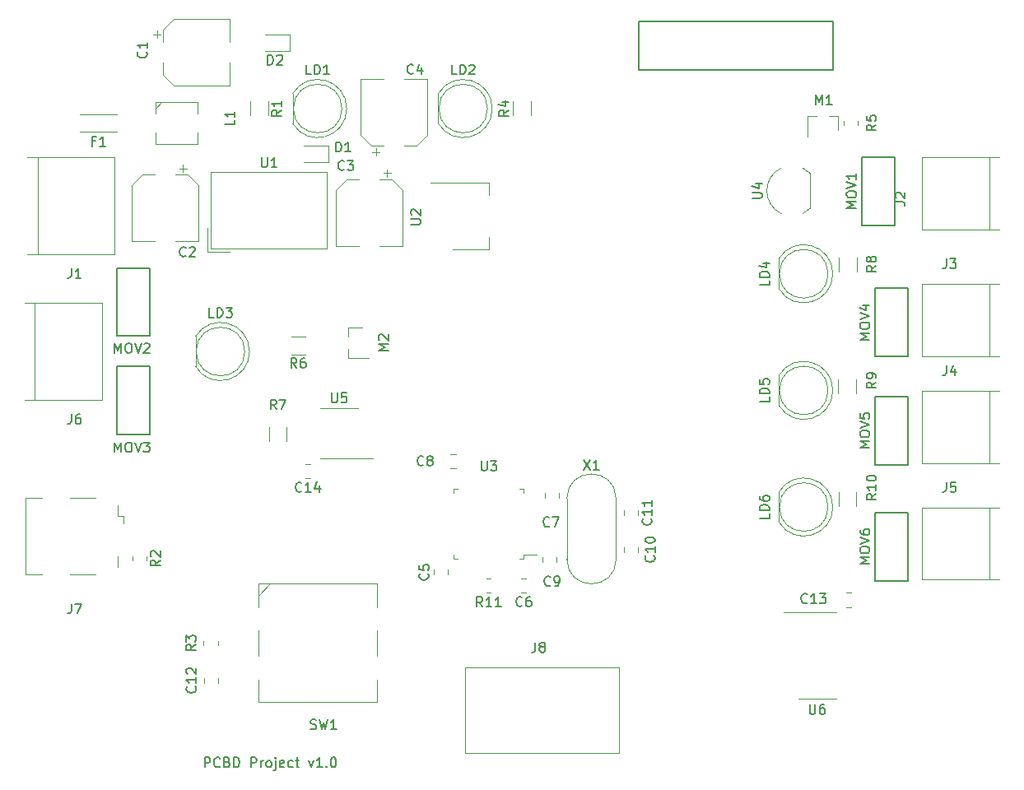
<source format=gbr>
%TF.GenerationSoftware,KiCad,Pcbnew,(5.1.9)-1*%
%TF.CreationDate,2022-11-23T19:56:57+01:00*%
%TF.ProjectId,PCDB_project,50434442-5f70-4726-9f6a-6563742e6b69,rev?*%
%TF.SameCoordinates,Original*%
%TF.FileFunction,Legend,Top*%
%TF.FilePolarity,Positive*%
%FSLAX46Y46*%
G04 Gerber Fmt 4.6, Leading zero omitted, Abs format (unit mm)*
G04 Created by KiCad (PCBNEW (5.1.9)-1) date 2022-11-23 19:56:57*
%MOMM*%
%LPD*%
G01*
G04 APERTURE LIST*
%ADD10C,0.150000*%
%ADD11C,0.200000*%
%ADD12C,0.120000*%
G04 APERTURE END LIST*
D10*
X18382504Y-77769980D02*
X18382504Y-76769980D01*
X18763457Y-76769980D01*
X18858695Y-76817600D01*
X18906314Y-76865219D01*
X18953933Y-76960457D01*
X18953933Y-77103314D01*
X18906314Y-77198552D01*
X18858695Y-77246171D01*
X18763457Y-77293790D01*
X18382504Y-77293790D01*
X19953933Y-77674742D02*
X19906314Y-77722361D01*
X19763457Y-77769980D01*
X19668219Y-77769980D01*
X19525361Y-77722361D01*
X19430123Y-77627123D01*
X19382504Y-77531885D01*
X19334885Y-77341409D01*
X19334885Y-77198552D01*
X19382504Y-77008076D01*
X19430123Y-76912838D01*
X19525361Y-76817600D01*
X19668219Y-76769980D01*
X19763457Y-76769980D01*
X19906314Y-76817600D01*
X19953933Y-76865219D01*
X20715838Y-77246171D02*
X20858695Y-77293790D01*
X20906314Y-77341409D01*
X20953933Y-77436647D01*
X20953933Y-77579504D01*
X20906314Y-77674742D01*
X20858695Y-77722361D01*
X20763457Y-77769980D01*
X20382504Y-77769980D01*
X20382504Y-76769980D01*
X20715838Y-76769980D01*
X20811076Y-76817600D01*
X20858695Y-76865219D01*
X20906314Y-76960457D01*
X20906314Y-77055695D01*
X20858695Y-77150933D01*
X20811076Y-77198552D01*
X20715838Y-77246171D01*
X20382504Y-77246171D01*
X21382504Y-77769980D02*
X21382504Y-76769980D01*
X21620600Y-76769980D01*
X21763457Y-76817600D01*
X21858695Y-76912838D01*
X21906314Y-77008076D01*
X21953933Y-77198552D01*
X21953933Y-77341409D01*
X21906314Y-77531885D01*
X21858695Y-77627123D01*
X21763457Y-77722361D01*
X21620600Y-77769980D01*
X21382504Y-77769980D01*
X23144409Y-77769980D02*
X23144409Y-76769980D01*
X23525361Y-76769980D01*
X23620600Y-76817600D01*
X23668219Y-76865219D01*
X23715838Y-76960457D01*
X23715838Y-77103314D01*
X23668219Y-77198552D01*
X23620600Y-77246171D01*
X23525361Y-77293790D01*
X23144409Y-77293790D01*
X24144409Y-77769980D02*
X24144409Y-77103314D01*
X24144409Y-77293790D02*
X24192028Y-77198552D01*
X24239647Y-77150933D01*
X24334885Y-77103314D01*
X24430123Y-77103314D01*
X24906314Y-77769980D02*
X24811076Y-77722361D01*
X24763457Y-77674742D01*
X24715838Y-77579504D01*
X24715838Y-77293790D01*
X24763457Y-77198552D01*
X24811076Y-77150933D01*
X24906314Y-77103314D01*
X25049171Y-77103314D01*
X25144409Y-77150933D01*
X25192028Y-77198552D01*
X25239647Y-77293790D01*
X25239647Y-77579504D01*
X25192028Y-77674742D01*
X25144409Y-77722361D01*
X25049171Y-77769980D01*
X24906314Y-77769980D01*
X25668219Y-77103314D02*
X25668219Y-77960457D01*
X25620600Y-78055695D01*
X25525361Y-78103314D01*
X25477742Y-78103314D01*
X25668219Y-76769980D02*
X25620600Y-76817600D01*
X25668219Y-76865219D01*
X25715838Y-76817600D01*
X25668219Y-76769980D01*
X25668219Y-76865219D01*
X26525361Y-77722361D02*
X26430123Y-77769980D01*
X26239647Y-77769980D01*
X26144409Y-77722361D01*
X26096790Y-77627123D01*
X26096790Y-77246171D01*
X26144409Y-77150933D01*
X26239647Y-77103314D01*
X26430123Y-77103314D01*
X26525361Y-77150933D01*
X26572980Y-77246171D01*
X26572980Y-77341409D01*
X26096790Y-77436647D01*
X27430123Y-77722361D02*
X27334885Y-77769980D01*
X27144409Y-77769980D01*
X27049171Y-77722361D01*
X27001552Y-77674742D01*
X26953933Y-77579504D01*
X26953933Y-77293790D01*
X27001552Y-77198552D01*
X27049171Y-77150933D01*
X27144409Y-77103314D01*
X27334885Y-77103314D01*
X27430123Y-77150933D01*
X27715838Y-77103314D02*
X28096790Y-77103314D01*
X27858695Y-76769980D02*
X27858695Y-77627123D01*
X27906314Y-77722361D01*
X28001552Y-77769980D01*
X28096790Y-77769980D01*
X29096790Y-77103314D02*
X29334885Y-77769980D01*
X29572980Y-77103314D01*
X30477742Y-77769980D02*
X29906314Y-77769980D01*
X30192028Y-77769980D02*
X30192028Y-76769980D01*
X30096790Y-76912838D01*
X30001552Y-77008076D01*
X29906314Y-77055695D01*
X30906314Y-77674742D02*
X30953933Y-77722361D01*
X30906314Y-77769980D01*
X30858695Y-77722361D01*
X30906314Y-77674742D01*
X30906314Y-77769980D01*
X31572980Y-76769980D02*
X31668219Y-76769980D01*
X31763457Y-76817600D01*
X31811076Y-76865219D01*
X31858695Y-76960457D01*
X31906314Y-77150933D01*
X31906314Y-77389028D01*
X31858695Y-77579504D01*
X31811076Y-77674742D01*
X31763457Y-77722361D01*
X31668219Y-77769980D01*
X31572980Y-77769980D01*
X31477742Y-77722361D01*
X31430123Y-77674742D01*
X31382504Y-77579504D01*
X31334885Y-77389028D01*
X31334885Y-77150933D01*
X31382504Y-76960457D01*
X31430123Y-76865219D01*
X31477742Y-76817600D01*
X31572980Y-76769980D01*
D11*
X83000000Y-1000000D02*
X63000000Y-1000000D01*
X83000000Y-6000000D02*
X83000000Y-1000000D01*
X63000000Y-6000000D02*
X83000000Y-6000000D01*
X63000000Y-1000000D02*
X63000000Y-6000000D01*
D12*
%TO.C,J6*%
X912000Y-39963800D02*
X912000Y-30007000D01*
X-104000Y-39963800D02*
X7820800Y-39963800D01*
X-104000Y-30007000D02*
X7820800Y-30007000D01*
X7820800Y-30007000D02*
X7820800Y-39963800D01*
%TO.C,U6*%
X81376000Y-61809000D02*
X77926000Y-61809000D01*
X81376000Y-61809000D02*
X83326000Y-61809000D01*
X81376000Y-70679000D02*
X79426000Y-70679000D01*
X81376000Y-70679000D02*
X83326000Y-70679000D01*
D10*
%TO.C,MOV5*%
X90712000Y-39640000D02*
X87312000Y-39640000D01*
X90712000Y-46640000D02*
X87312000Y-46640000D01*
X90712000Y-39640000D02*
X90712000Y-46640000D01*
X87312000Y-39640000D02*
X87312000Y-46640000D01*
D12*
%TO.C,C13*%
X84861252Y-59817000D02*
X84338748Y-59817000D01*
X84861252Y-61287000D02*
X84338748Y-61287000D01*
%TO.C,R5*%
X85571000Y-11272936D02*
X85571000Y-11727064D01*
X84101000Y-11272936D02*
X84101000Y-11727064D01*
%TO.C,J8*%
X61036200Y-76276200D02*
X61036200Y-67462400D01*
X61036200Y-67462400D02*
X45135800Y-67462400D01*
X45135800Y-67462400D02*
X45135800Y-76276200D01*
X45135800Y-76276200D02*
X61036200Y-76276200D01*
%TO.C,X1*%
X60691000Y-56375000D02*
X60691000Y-50125000D01*
X55641000Y-56375000D02*
X55641000Y-50125000D01*
X60691000Y-56375000D02*
G75*
G02*
X55641000Y-56375000I-2525000J0D01*
G01*
X60691000Y-50125000D02*
G75*
G03*
X55641000Y-50125000I-2525000J0D01*
G01*
%TO.C,C1*%
X20910000Y-7610000D02*
X20910000Y-5260000D01*
X20910000Y-790000D02*
X20910000Y-3140000D01*
X15154437Y-790000D02*
X20910000Y-790000D01*
X15154437Y-7610000D02*
X20910000Y-7610000D01*
X14090000Y-6545563D02*
X14090000Y-5260000D01*
X14090000Y-1854437D02*
X14090000Y-3140000D01*
X14090000Y-1854437D02*
X15154437Y-790000D01*
X14090000Y-6545563D02*
X15154437Y-7610000D01*
X13062500Y-2352500D02*
X13850000Y-2352500D01*
X13456250Y-1958750D02*
X13456250Y-2746250D01*
%TO.C,C2*%
X10890000Y-23610000D02*
X13240000Y-23610000D01*
X17710000Y-23610000D02*
X15360000Y-23610000D01*
X17710000Y-17854437D02*
X17710000Y-23610000D01*
X10890000Y-17854437D02*
X10890000Y-23610000D01*
X11954437Y-16790000D02*
X13240000Y-16790000D01*
X16645563Y-16790000D02*
X15360000Y-16790000D01*
X16645563Y-16790000D02*
X17710000Y-17854437D01*
X11954437Y-16790000D02*
X10890000Y-17854437D01*
X16147500Y-15762500D02*
X16147500Y-16550000D01*
X16541250Y-16156250D02*
X15753750Y-16156250D01*
%TO.C,C3*%
X37541250Y-16656250D02*
X36753750Y-16656250D01*
X37147500Y-16262500D02*
X37147500Y-17050000D01*
X32954437Y-17290000D02*
X31890000Y-18354437D01*
X37645563Y-17290000D02*
X38710000Y-18354437D01*
X37645563Y-17290000D02*
X36360000Y-17290000D01*
X32954437Y-17290000D02*
X34240000Y-17290000D01*
X31890000Y-18354437D02*
X31890000Y-24110000D01*
X38710000Y-18354437D02*
X38710000Y-24110000D01*
X38710000Y-24110000D02*
X36360000Y-24110000D01*
X31890000Y-24110000D02*
X34240000Y-24110000D01*
%TO.C,C4*%
X35604750Y-14457750D02*
X36392250Y-14457750D01*
X35998500Y-14851500D02*
X35998500Y-14064000D01*
X40191563Y-13824000D02*
X41256000Y-12759563D01*
X35500437Y-13824000D02*
X34436000Y-12759563D01*
X35500437Y-13824000D02*
X36786000Y-13824000D01*
X40191563Y-13824000D02*
X38906000Y-13824000D01*
X41256000Y-12759563D02*
X41256000Y-7004000D01*
X34436000Y-12759563D02*
X34436000Y-7004000D01*
X34436000Y-7004000D02*
X36786000Y-7004000D01*
X41256000Y-7004000D02*
X38906000Y-7004000D01*
%TO.C,C5*%
X41937000Y-57961252D02*
X41937000Y-57438748D01*
X43407000Y-57961252D02*
X43407000Y-57438748D01*
%TO.C,C6*%
X51461252Y-58365000D02*
X50938748Y-58365000D01*
X51461252Y-59835000D02*
X50938748Y-59835000D01*
%TO.C,C7*%
X53367000Y-49522748D02*
X53367000Y-50045252D01*
X54837000Y-49522748D02*
X54837000Y-50045252D01*
%TO.C,C8*%
X43680748Y-45565000D02*
X44203252Y-45565000D01*
X43680748Y-47035000D02*
X44203252Y-47035000D01*
%TO.C,C9*%
X53113000Y-56126748D02*
X53113000Y-56649252D01*
X54583000Y-56126748D02*
X54583000Y-56649252D01*
%TO.C,C10*%
X61495000Y-55633252D02*
X61495000Y-55110748D01*
X62965000Y-55633252D02*
X62965000Y-55110748D01*
%TO.C,C11*%
X61495000Y-51300748D02*
X61495000Y-51823252D01*
X62965000Y-51300748D02*
X62965000Y-51823252D01*
%TO.C,C12*%
X19785000Y-68572748D02*
X19785000Y-69095252D01*
X18315000Y-68572748D02*
X18315000Y-69095252D01*
%TO.C,C14*%
X29261252Y-48035000D02*
X28738748Y-48035000D01*
X29261252Y-46565000D02*
X28738748Y-46565000D01*
%TO.C,D1*%
X31100000Y-15550000D02*
X28550000Y-15550000D01*
X31100000Y-13850000D02*
X28550000Y-13850000D01*
X31100000Y-15550000D02*
X31100000Y-13850000D01*
%TO.C,D2*%
X27100000Y-4050000D02*
X27100000Y-2350000D01*
X27100000Y-2350000D02*
X24550000Y-2350000D01*
X27100000Y-4050000D02*
X24550000Y-4050000D01*
%TO.C,F1*%
X9380000Y-10580000D02*
X5540000Y-10580000D01*
X9380000Y-12420000D02*
X5540000Y-12420000D01*
%TO.C,J1*%
X1190000Y-25014600D02*
X1190000Y-14981600D01*
X9114800Y-25014600D02*
X97800Y-25014600D01*
X9114800Y-25014600D02*
X9114800Y-14981600D01*
X97800Y-14981600D02*
X9114800Y-14981600D01*
%TO.C,J2*%
X99088000Y-15036200D02*
X99088000Y-22478400D01*
X100104000Y-15036200D02*
X92179200Y-15036200D01*
X100104000Y-22478400D02*
X92179200Y-22478400D01*
X92179200Y-22478400D02*
X92179200Y-15036200D01*
%TO.C,J3*%
X92179200Y-35478400D02*
X92179200Y-28036200D01*
X100104000Y-35478400D02*
X92179200Y-35478400D01*
X100104000Y-28036200D02*
X92179200Y-28036200D01*
X99088000Y-28036200D02*
X99088000Y-35478400D01*
%TO.C,J4*%
X99088000Y-39036200D02*
X99088000Y-46478400D01*
X100104000Y-39036200D02*
X92179200Y-39036200D01*
X100104000Y-46478400D02*
X92179200Y-46478400D01*
X92179200Y-46478400D02*
X92179200Y-39036200D01*
%TO.C,J5*%
X92179200Y-58478400D02*
X92179200Y-51036200D01*
X100104000Y-58478400D02*
X92179200Y-58478400D01*
X100104000Y-51036200D02*
X92179200Y-51036200D01*
X99088000Y-51036200D02*
X99088000Y-58478400D01*
%TO.C,J7*%
X-10000Y-57960000D02*
X1650000Y-57960000D01*
X-10000Y-50040000D02*
X-10000Y-57960000D01*
X1650000Y-50040000D02*
X-10000Y-50040000D01*
X9460000Y-56050000D02*
X9460000Y-57200000D01*
X10050000Y-51950000D02*
X10050000Y-52650000D01*
X9460000Y-51950000D02*
X10050000Y-51950000D01*
X9460000Y-50800000D02*
X9460000Y-51950000D01*
X7150000Y-57960000D02*
X4550000Y-57960000D01*
X4550000Y-50040000D02*
X7150000Y-50040000D01*
%TO.C,L1*%
X17659000Y-9341000D02*
X17659000Y-10534800D01*
X17659000Y-12465200D02*
X17659000Y-13659000D01*
X13341000Y-12465200D02*
X13341000Y-13659000D01*
X13341000Y-10001400D02*
X13925200Y-9341000D01*
X13341000Y-9341000D02*
X17659000Y-9341000D01*
X13341000Y-13659000D02*
X17659000Y-13659000D01*
X13341000Y-9341000D02*
X13341000Y-10534800D01*
%TO.C,LD1*%
X32500000Y-10000000D02*
G75*
G03*
X32500000Y-10000000I-2500000J0D01*
G01*
X27440000Y-8455000D02*
X27440000Y-11545000D01*
X32990000Y-9999538D02*
G75*
G02*
X27440000Y-11544830I-2990000J-462D01*
G01*
X32990000Y-10000462D02*
G75*
G03*
X27440000Y-8455170I-2990000J462D01*
G01*
%TO.C,LD2*%
X42410000Y-8455000D02*
X42410000Y-11545000D01*
X47470000Y-10000000D02*
G75*
G03*
X47470000Y-10000000I-2500000J0D01*
G01*
X47960000Y-10000462D02*
G75*
G03*
X42410000Y-8455170I-2990000J462D01*
G01*
X47960000Y-9999538D02*
G75*
G02*
X42410000Y-11544830I-2990000J-462D01*
G01*
%TO.C,LD3*%
X22500000Y-35000000D02*
G75*
G03*
X22500000Y-35000000I-2500000J0D01*
G01*
X17440000Y-33455000D02*
X17440000Y-36545000D01*
X22990000Y-34999538D02*
G75*
G02*
X17440000Y-36544830I-2990000J-462D01*
G01*
X22990000Y-35000462D02*
G75*
G03*
X17440000Y-33455170I-2990000J462D01*
G01*
%TO.C,LD4*%
X77440000Y-25455000D02*
X77440000Y-28545000D01*
X82500000Y-27000000D02*
G75*
G03*
X82500000Y-27000000I-2500000J0D01*
G01*
X82990000Y-27000462D02*
G75*
G03*
X77440000Y-25455170I-2990000J462D01*
G01*
X82990000Y-26999538D02*
G75*
G02*
X77440000Y-28544830I-2990000J-462D01*
G01*
%TO.C,LD5*%
X77440000Y-37455000D02*
X77440000Y-40545000D01*
X82500000Y-39000000D02*
G75*
G03*
X82500000Y-39000000I-2500000J0D01*
G01*
X82990000Y-39000462D02*
G75*
G03*
X77440000Y-37455170I-2990000J462D01*
G01*
X82990000Y-38999538D02*
G75*
G02*
X77440000Y-40544830I-2990000J-462D01*
G01*
%TO.C,LD6*%
X82500000Y-51000000D02*
G75*
G03*
X82500000Y-51000000I-2500000J0D01*
G01*
X77440000Y-49455000D02*
X77440000Y-52545000D01*
X82990000Y-50999538D02*
G75*
G02*
X77440000Y-52544830I-2990000J-462D01*
G01*
X82990000Y-51000462D02*
G75*
G03*
X77440000Y-49455170I-2990000J462D01*
G01*
%TO.C,M1*%
X83548000Y-10740000D02*
X82618000Y-10740000D01*
X80388000Y-10740000D02*
X81318000Y-10740000D01*
X80388000Y-10740000D02*
X80388000Y-12900000D01*
X83548000Y-10740000D02*
X83548000Y-12200000D01*
%TO.C,M2*%
X33140000Y-32520000D02*
X34600000Y-32520000D01*
X33140000Y-35680000D02*
X35300000Y-35680000D01*
X33140000Y-35680000D02*
X33140000Y-34750000D01*
X33140000Y-32520000D02*
X33140000Y-33450000D01*
D10*
%TO.C,MOV1*%
X85950000Y-15000000D02*
X85950000Y-22000000D01*
X89350000Y-15000000D02*
X89350000Y-22000000D01*
X89350000Y-22000000D02*
X85950000Y-22000000D01*
X89350000Y-15000000D02*
X85950000Y-15000000D01*
%TO.C,MOV2*%
X9350000Y-33400000D02*
X12750000Y-33400000D01*
X9350000Y-26400000D02*
X12750000Y-26400000D01*
X9350000Y-33400000D02*
X9350000Y-26400000D01*
X12750000Y-33400000D02*
X12750000Y-26400000D01*
%TO.C,MOV3*%
X9350000Y-36500000D02*
X9350000Y-43500000D01*
X12750000Y-36500000D02*
X12750000Y-43500000D01*
X12750000Y-43500000D02*
X9350000Y-43500000D01*
X12750000Y-36500000D02*
X9350000Y-36500000D01*
%TO.C,MOV4*%
X90712000Y-28500000D02*
X87312000Y-28500000D01*
X90712000Y-35500000D02*
X87312000Y-35500000D01*
X90712000Y-28500000D02*
X90712000Y-35500000D01*
X87312000Y-28500000D02*
X87312000Y-35500000D01*
%TO.C,MOV6*%
X87312000Y-51578000D02*
X87312000Y-58578000D01*
X90712000Y-51578000D02*
X90712000Y-58578000D01*
X90712000Y-58578000D02*
X87312000Y-58578000D01*
X90712000Y-51578000D02*
X87312000Y-51578000D01*
D12*
%TO.C,R1*%
X23090000Y-9272936D02*
X23090000Y-10727064D01*
X24910000Y-9272936D02*
X24910000Y-10727064D01*
%TO.C,R2*%
X10965000Y-56072936D02*
X10965000Y-56527064D01*
X12435000Y-56072936D02*
X12435000Y-56527064D01*
%TO.C,R3*%
X18265000Y-64772936D02*
X18265000Y-65227064D01*
X19735000Y-64772936D02*
X19735000Y-65227064D01*
%TO.C,R4*%
X50090000Y-10727064D02*
X50090000Y-9272936D01*
X51910000Y-10727064D02*
X51910000Y-9272936D01*
%TO.C,R6*%
X28727064Y-35310000D02*
X27272936Y-35310000D01*
X28727064Y-33490000D02*
X27272936Y-33490000D01*
%TO.C,R7*%
X26810000Y-44227064D02*
X26810000Y-42772936D01*
X24990000Y-44227064D02*
X24990000Y-42772936D01*
%TO.C,R8*%
X85442000Y-26783064D02*
X85442000Y-25328936D01*
X83622000Y-26783064D02*
X83622000Y-25328936D01*
%TO.C,R9*%
X83530000Y-39283064D02*
X83530000Y-37828936D01*
X85350000Y-39283064D02*
X85350000Y-37828936D01*
%TO.C,R10*%
X85412000Y-50913064D02*
X85412000Y-49458936D01*
X83592000Y-50913064D02*
X83592000Y-49458936D01*
%TO.C,R11*%
X47827064Y-59835000D02*
X47372936Y-59835000D01*
X47827064Y-58365000D02*
X47372936Y-58365000D01*
%TO.C,SW1*%
X23878600Y-66291200D02*
X23878600Y-63725800D01*
X36096000Y-58874400D02*
X36096000Y-61287400D01*
X23878600Y-58874400D02*
X36096000Y-58874400D01*
X23878600Y-61287400D02*
X23878600Y-58874400D01*
X36096000Y-63700400D02*
X36096000Y-66291200D01*
X23878600Y-71091800D02*
X23878600Y-68729600D01*
X36096000Y-71091800D02*
X23878600Y-71091800D01*
X36096000Y-68755000D02*
X36096000Y-71091800D01*
X23878600Y-60119000D02*
X25123200Y-58899800D01*
%TO.C,U1*%
X18980000Y-24420000D02*
X18980000Y-16570000D01*
X18980000Y-16570000D02*
X30920000Y-16570000D01*
X30920000Y-16570000D02*
X30920000Y-24420000D01*
X30920000Y-24420000D02*
X18980000Y-24420000D01*
X18650000Y-22300000D02*
X18650000Y-24750000D01*
X18650000Y-24750000D02*
X20980000Y-24750000D01*
%TO.C,U2*%
X41620000Y-17672000D02*
X47630000Y-17672000D01*
X43870000Y-24492000D02*
X47630000Y-24492000D01*
X47630000Y-17672000D02*
X47630000Y-18932000D01*
X47630000Y-24492000D02*
X47630000Y-23232000D01*
%TO.C,U3*%
X44440000Y-49090000D02*
X43990000Y-49090000D01*
X43990000Y-49090000D02*
X43990000Y-49540000D01*
X50760000Y-49090000D02*
X51210000Y-49090000D01*
X51210000Y-49090000D02*
X51210000Y-49540000D01*
X44440000Y-56310000D02*
X43990000Y-56310000D01*
X43990000Y-56310000D02*
X43990000Y-55860000D01*
X50760000Y-56310000D02*
X51210000Y-56310000D01*
X51210000Y-56310000D02*
X51210000Y-55860000D01*
X51210000Y-55860000D02*
X52500000Y-55860000D01*
%TO.C,U4*%
X80650000Y-20260000D02*
X80650000Y-16660000D01*
X79922795Y-20784184D02*
G75*
G03*
X80650000Y-20260000I-1122795J2324184D01*
G01*
X77701193Y-20816400D02*
G75*
G02*
X76200000Y-18460000I1098807J2356400D01*
G01*
X77701193Y-16103600D02*
G75*
G03*
X76200000Y-18460000I1098807J-2356400D01*
G01*
X79922795Y-16135816D02*
G75*
G02*
X80650000Y-16660000I-1122795J-2324184D01*
G01*
%TO.C,U5*%
X32200000Y-45960000D02*
X35650000Y-45960000D01*
X32200000Y-45960000D02*
X30250000Y-45960000D01*
X32200000Y-40840000D02*
X34150000Y-40840000D01*
X32200000Y-40840000D02*
X30250000Y-40840000D01*
%TD*%
%TO.C,J6*%
D10*
X4666666Y-41452380D02*
X4666666Y-42166666D01*
X4619047Y-42309523D01*
X4523809Y-42404761D01*
X4380952Y-42452380D01*
X4285714Y-42452380D01*
X5571428Y-41452380D02*
X5380952Y-41452380D01*
X5285714Y-41500000D01*
X5238095Y-41547619D01*
X5142857Y-41690476D01*
X5095238Y-41880952D01*
X5095238Y-42261904D01*
X5142857Y-42357142D01*
X5190476Y-42404761D01*
X5285714Y-42452380D01*
X5476190Y-42452380D01*
X5571428Y-42404761D01*
X5619047Y-42357142D01*
X5666666Y-42261904D01*
X5666666Y-42023809D01*
X5619047Y-41928571D01*
X5571428Y-41880952D01*
X5476190Y-41833333D01*
X5285714Y-41833333D01*
X5190476Y-41880952D01*
X5142857Y-41928571D01*
X5095238Y-42023809D01*
%TO.C,U6*%
X80614095Y-71296380D02*
X80614095Y-72105904D01*
X80661714Y-72201142D01*
X80709333Y-72248761D01*
X80804571Y-72296380D01*
X80995047Y-72296380D01*
X81090285Y-72248761D01*
X81137904Y-72201142D01*
X81185523Y-72105904D01*
X81185523Y-71296380D01*
X82090285Y-71296380D02*
X81899809Y-71296380D01*
X81804571Y-71344000D01*
X81756952Y-71391619D01*
X81661714Y-71534476D01*
X81614095Y-71724952D01*
X81614095Y-72105904D01*
X81661714Y-72201142D01*
X81709333Y-72248761D01*
X81804571Y-72296380D01*
X81995047Y-72296380D01*
X82090285Y-72248761D01*
X82137904Y-72201142D01*
X82185523Y-72105904D01*
X82185523Y-71867809D01*
X82137904Y-71772571D01*
X82090285Y-71724952D01*
X81995047Y-71677333D01*
X81804571Y-71677333D01*
X81709333Y-71724952D01*
X81661714Y-71772571D01*
X81614095Y-71867809D01*
%TO.C,MOV5*%
X86764380Y-44901904D02*
X85764380Y-44901904D01*
X86478666Y-44568571D01*
X85764380Y-44235238D01*
X86764380Y-44235238D01*
X85764380Y-43568571D02*
X85764380Y-43378095D01*
X85812000Y-43282857D01*
X85907238Y-43187619D01*
X86097714Y-43140000D01*
X86431047Y-43140000D01*
X86621523Y-43187619D01*
X86716761Y-43282857D01*
X86764380Y-43378095D01*
X86764380Y-43568571D01*
X86716761Y-43663809D01*
X86621523Y-43759047D01*
X86431047Y-43806666D01*
X86097714Y-43806666D01*
X85907238Y-43759047D01*
X85812000Y-43663809D01*
X85764380Y-43568571D01*
X85764380Y-42854285D02*
X86764380Y-42520952D01*
X85764380Y-42187619D01*
X85764380Y-41378095D02*
X85764380Y-41854285D01*
X86240571Y-41901904D01*
X86192952Y-41854285D01*
X86145333Y-41759047D01*
X86145333Y-41520952D01*
X86192952Y-41425714D01*
X86240571Y-41378095D01*
X86335809Y-41330476D01*
X86573904Y-41330476D01*
X86669142Y-41378095D01*
X86716761Y-41425714D01*
X86764380Y-41520952D01*
X86764380Y-41759047D01*
X86716761Y-41854285D01*
X86669142Y-41901904D01*
%TO.C,C13*%
X80357142Y-60809142D02*
X80309523Y-60856761D01*
X80166666Y-60904380D01*
X80071428Y-60904380D01*
X79928571Y-60856761D01*
X79833333Y-60761523D01*
X79785714Y-60666285D01*
X79738095Y-60475809D01*
X79738095Y-60332952D01*
X79785714Y-60142476D01*
X79833333Y-60047238D01*
X79928571Y-59952000D01*
X80071428Y-59904380D01*
X80166666Y-59904380D01*
X80309523Y-59952000D01*
X80357142Y-59999619D01*
X81309523Y-60904380D02*
X80738095Y-60904380D01*
X81023809Y-60904380D02*
X81023809Y-59904380D01*
X80928571Y-60047238D01*
X80833333Y-60142476D01*
X80738095Y-60190095D01*
X81642857Y-59904380D02*
X82261904Y-59904380D01*
X81928571Y-60285333D01*
X82071428Y-60285333D01*
X82166666Y-60332952D01*
X82214285Y-60380571D01*
X82261904Y-60475809D01*
X82261904Y-60713904D01*
X82214285Y-60809142D01*
X82166666Y-60856761D01*
X82071428Y-60904380D01*
X81785714Y-60904380D01*
X81690476Y-60856761D01*
X81642857Y-60809142D01*
%TO.C,R5*%
X87452380Y-11666666D02*
X86976190Y-12000000D01*
X87452380Y-12238095D02*
X86452380Y-12238095D01*
X86452380Y-11857142D01*
X86500000Y-11761904D01*
X86547619Y-11714285D01*
X86642857Y-11666666D01*
X86785714Y-11666666D01*
X86880952Y-11714285D01*
X86928571Y-11761904D01*
X86976190Y-11857142D01*
X86976190Y-12238095D01*
X86452380Y-10761904D02*
X86452380Y-11238095D01*
X86928571Y-11285714D01*
X86880952Y-11238095D01*
X86833333Y-11142857D01*
X86833333Y-10904761D01*
X86880952Y-10809523D01*
X86928571Y-10761904D01*
X87023809Y-10714285D01*
X87261904Y-10714285D01*
X87357142Y-10761904D01*
X87404761Y-10809523D01*
X87452380Y-10904761D01*
X87452380Y-11142857D01*
X87404761Y-11238095D01*
X87357142Y-11285714D01*
%TO.C,J8*%
X52397066Y-64933580D02*
X52397066Y-65647866D01*
X52349447Y-65790723D01*
X52254209Y-65885961D01*
X52111352Y-65933580D01*
X52016114Y-65933580D01*
X53016114Y-65362152D02*
X52920876Y-65314533D01*
X52873257Y-65266914D01*
X52825638Y-65171676D01*
X52825638Y-65124057D01*
X52873257Y-65028819D01*
X52920876Y-64981200D01*
X53016114Y-64933580D01*
X53206590Y-64933580D01*
X53301828Y-64981200D01*
X53349447Y-65028819D01*
X53397066Y-65124057D01*
X53397066Y-65171676D01*
X53349447Y-65266914D01*
X53301828Y-65314533D01*
X53206590Y-65362152D01*
X53016114Y-65362152D01*
X52920876Y-65409771D01*
X52873257Y-65457390D01*
X52825638Y-65552628D01*
X52825638Y-65743104D01*
X52873257Y-65838342D01*
X52920876Y-65885961D01*
X53016114Y-65933580D01*
X53206590Y-65933580D01*
X53301828Y-65885961D01*
X53349447Y-65838342D01*
X53397066Y-65743104D01*
X53397066Y-65552628D01*
X53349447Y-65457390D01*
X53301828Y-65409771D01*
X53206590Y-65362152D01*
%TO.C,X1*%
X57356476Y-46152380D02*
X58023142Y-47152380D01*
X58023142Y-46152380D02*
X57356476Y-47152380D01*
X58927904Y-47152380D02*
X58356476Y-47152380D01*
X58642190Y-47152380D02*
X58642190Y-46152380D01*
X58546952Y-46295238D01*
X58451714Y-46390476D01*
X58356476Y-46438095D01*
%TO.C,C1*%
X12357142Y-4166666D02*
X12404761Y-4214285D01*
X12452380Y-4357142D01*
X12452380Y-4452380D01*
X12404761Y-4595238D01*
X12309523Y-4690476D01*
X12214285Y-4738095D01*
X12023809Y-4785714D01*
X11880952Y-4785714D01*
X11690476Y-4738095D01*
X11595238Y-4690476D01*
X11500000Y-4595238D01*
X11452380Y-4452380D01*
X11452380Y-4357142D01*
X11500000Y-4214285D01*
X11547619Y-4166666D01*
X12452380Y-3214285D02*
X12452380Y-3785714D01*
X12452380Y-3500000D02*
X11452380Y-3500000D01*
X11595238Y-3595238D01*
X11690476Y-3690476D01*
X11738095Y-3785714D01*
%TO.C,C2*%
X16433333Y-25157142D02*
X16385714Y-25204761D01*
X16242857Y-25252380D01*
X16147619Y-25252380D01*
X16004761Y-25204761D01*
X15909523Y-25109523D01*
X15861904Y-25014285D01*
X15814285Y-24823809D01*
X15814285Y-24680952D01*
X15861904Y-24490476D01*
X15909523Y-24395238D01*
X16004761Y-24300000D01*
X16147619Y-24252380D01*
X16242857Y-24252380D01*
X16385714Y-24300000D01*
X16433333Y-24347619D01*
X16814285Y-24347619D02*
X16861904Y-24300000D01*
X16957142Y-24252380D01*
X17195238Y-24252380D01*
X17290476Y-24300000D01*
X17338095Y-24347619D01*
X17385714Y-24442857D01*
X17385714Y-24538095D01*
X17338095Y-24680952D01*
X16766666Y-25252380D01*
X17385714Y-25252380D01*
%TO.C,C3*%
X32733333Y-16257142D02*
X32685714Y-16304761D01*
X32542857Y-16352380D01*
X32447619Y-16352380D01*
X32304761Y-16304761D01*
X32209523Y-16209523D01*
X32161904Y-16114285D01*
X32114285Y-15923809D01*
X32114285Y-15780952D01*
X32161904Y-15590476D01*
X32209523Y-15495238D01*
X32304761Y-15400000D01*
X32447619Y-15352380D01*
X32542857Y-15352380D01*
X32685714Y-15400000D01*
X32733333Y-15447619D01*
X33066666Y-15352380D02*
X33685714Y-15352380D01*
X33352380Y-15733333D01*
X33495238Y-15733333D01*
X33590476Y-15780952D01*
X33638095Y-15828571D01*
X33685714Y-15923809D01*
X33685714Y-16161904D01*
X33638095Y-16257142D01*
X33590476Y-16304761D01*
X33495238Y-16352380D01*
X33209523Y-16352380D01*
X33114285Y-16304761D01*
X33066666Y-16257142D01*
%TO.C,C4*%
X39833333Y-6357142D02*
X39785714Y-6404761D01*
X39642857Y-6452380D01*
X39547619Y-6452380D01*
X39404761Y-6404761D01*
X39309523Y-6309523D01*
X39261904Y-6214285D01*
X39214285Y-6023809D01*
X39214285Y-5880952D01*
X39261904Y-5690476D01*
X39309523Y-5595238D01*
X39404761Y-5500000D01*
X39547619Y-5452380D01*
X39642857Y-5452380D01*
X39785714Y-5500000D01*
X39833333Y-5547619D01*
X40690476Y-5785714D02*
X40690476Y-6452380D01*
X40452380Y-5404761D02*
X40214285Y-6119047D01*
X40833333Y-6119047D01*
%TO.C,C5*%
X41329142Y-57866666D02*
X41376761Y-57914285D01*
X41424380Y-58057142D01*
X41424380Y-58152380D01*
X41376761Y-58295238D01*
X41281523Y-58390476D01*
X41186285Y-58438095D01*
X40995809Y-58485714D01*
X40852952Y-58485714D01*
X40662476Y-58438095D01*
X40567238Y-58390476D01*
X40472000Y-58295238D01*
X40424380Y-58152380D01*
X40424380Y-58057142D01*
X40472000Y-57914285D01*
X40519619Y-57866666D01*
X40424380Y-56961904D02*
X40424380Y-57438095D01*
X40900571Y-57485714D01*
X40852952Y-57438095D01*
X40805333Y-57342857D01*
X40805333Y-57104761D01*
X40852952Y-57009523D01*
X40900571Y-56961904D01*
X40995809Y-56914285D01*
X41233904Y-56914285D01*
X41329142Y-56961904D01*
X41376761Y-57009523D01*
X41424380Y-57104761D01*
X41424380Y-57342857D01*
X41376761Y-57438095D01*
X41329142Y-57485714D01*
%TO.C,C6*%
X51033333Y-61137142D02*
X50985714Y-61184761D01*
X50842857Y-61232380D01*
X50747619Y-61232380D01*
X50604761Y-61184761D01*
X50509523Y-61089523D01*
X50461904Y-60994285D01*
X50414285Y-60803809D01*
X50414285Y-60660952D01*
X50461904Y-60470476D01*
X50509523Y-60375238D01*
X50604761Y-60280000D01*
X50747619Y-60232380D01*
X50842857Y-60232380D01*
X50985714Y-60280000D01*
X51033333Y-60327619D01*
X51890476Y-60232380D02*
X51700000Y-60232380D01*
X51604761Y-60280000D01*
X51557142Y-60327619D01*
X51461904Y-60470476D01*
X51414285Y-60660952D01*
X51414285Y-61041904D01*
X51461904Y-61137142D01*
X51509523Y-61184761D01*
X51604761Y-61232380D01*
X51795238Y-61232380D01*
X51890476Y-61184761D01*
X51938095Y-61137142D01*
X51985714Y-61041904D01*
X51985714Y-60803809D01*
X51938095Y-60708571D01*
X51890476Y-60660952D01*
X51795238Y-60613333D01*
X51604761Y-60613333D01*
X51509523Y-60660952D01*
X51461904Y-60708571D01*
X51414285Y-60803809D01*
%TO.C,C7*%
X53835333Y-52941142D02*
X53787714Y-52988761D01*
X53644857Y-53036380D01*
X53549619Y-53036380D01*
X53406761Y-52988761D01*
X53311523Y-52893523D01*
X53263904Y-52798285D01*
X53216285Y-52607809D01*
X53216285Y-52464952D01*
X53263904Y-52274476D01*
X53311523Y-52179238D01*
X53406761Y-52084000D01*
X53549619Y-52036380D01*
X53644857Y-52036380D01*
X53787714Y-52084000D01*
X53835333Y-52131619D01*
X54168666Y-52036380D02*
X54835333Y-52036380D01*
X54406761Y-53036380D01*
%TO.C,C8*%
X40875333Y-46657142D02*
X40827714Y-46704761D01*
X40684857Y-46752380D01*
X40589619Y-46752380D01*
X40446761Y-46704761D01*
X40351523Y-46609523D01*
X40303904Y-46514285D01*
X40256285Y-46323809D01*
X40256285Y-46180952D01*
X40303904Y-45990476D01*
X40351523Y-45895238D01*
X40446761Y-45800000D01*
X40589619Y-45752380D01*
X40684857Y-45752380D01*
X40827714Y-45800000D01*
X40875333Y-45847619D01*
X41446761Y-46180952D02*
X41351523Y-46133333D01*
X41303904Y-46085714D01*
X41256285Y-45990476D01*
X41256285Y-45942857D01*
X41303904Y-45847619D01*
X41351523Y-45800000D01*
X41446761Y-45752380D01*
X41637238Y-45752380D01*
X41732476Y-45800000D01*
X41780095Y-45847619D01*
X41827714Y-45942857D01*
X41827714Y-45990476D01*
X41780095Y-46085714D01*
X41732476Y-46133333D01*
X41637238Y-46180952D01*
X41446761Y-46180952D01*
X41351523Y-46228571D01*
X41303904Y-46276190D01*
X41256285Y-46371428D01*
X41256285Y-46561904D01*
X41303904Y-46657142D01*
X41351523Y-46704761D01*
X41446761Y-46752380D01*
X41637238Y-46752380D01*
X41732476Y-46704761D01*
X41780095Y-46657142D01*
X41827714Y-46561904D01*
X41827714Y-46371428D01*
X41780095Y-46276190D01*
X41732476Y-46228571D01*
X41637238Y-46180952D01*
%TO.C,C9*%
X53935333Y-59031142D02*
X53887714Y-59078761D01*
X53744857Y-59126380D01*
X53649619Y-59126380D01*
X53506761Y-59078761D01*
X53411523Y-58983523D01*
X53363904Y-58888285D01*
X53316285Y-58697809D01*
X53316285Y-58554952D01*
X53363904Y-58364476D01*
X53411523Y-58269238D01*
X53506761Y-58174000D01*
X53649619Y-58126380D01*
X53744857Y-58126380D01*
X53887714Y-58174000D01*
X53935333Y-58221619D01*
X54411523Y-59126380D02*
X54602000Y-59126380D01*
X54697238Y-59078761D01*
X54744857Y-59031142D01*
X54840095Y-58888285D01*
X54887714Y-58697809D01*
X54887714Y-58316857D01*
X54840095Y-58221619D01*
X54792476Y-58174000D01*
X54697238Y-58126380D01*
X54506761Y-58126380D01*
X54411523Y-58174000D01*
X54363904Y-58221619D01*
X54316285Y-58316857D01*
X54316285Y-58554952D01*
X54363904Y-58650190D01*
X54411523Y-58697809D01*
X54506761Y-58745428D01*
X54697238Y-58745428D01*
X54792476Y-58697809D01*
X54840095Y-58650190D01*
X54887714Y-58554952D01*
%TO.C,C10*%
X64587142Y-56014857D02*
X64634761Y-56062476D01*
X64682380Y-56205333D01*
X64682380Y-56300571D01*
X64634761Y-56443428D01*
X64539523Y-56538666D01*
X64444285Y-56586285D01*
X64253809Y-56633904D01*
X64110952Y-56633904D01*
X63920476Y-56586285D01*
X63825238Y-56538666D01*
X63730000Y-56443428D01*
X63682380Y-56300571D01*
X63682380Y-56205333D01*
X63730000Y-56062476D01*
X63777619Y-56014857D01*
X64682380Y-55062476D02*
X64682380Y-55633904D01*
X64682380Y-55348190D02*
X63682380Y-55348190D01*
X63825238Y-55443428D01*
X63920476Y-55538666D01*
X63968095Y-55633904D01*
X63682380Y-54443428D02*
X63682380Y-54348190D01*
X63730000Y-54252952D01*
X63777619Y-54205333D01*
X63872857Y-54157714D01*
X64063333Y-54110095D01*
X64301428Y-54110095D01*
X64491904Y-54157714D01*
X64587142Y-54205333D01*
X64634761Y-54252952D01*
X64682380Y-54348190D01*
X64682380Y-54443428D01*
X64634761Y-54538666D01*
X64587142Y-54586285D01*
X64491904Y-54633904D01*
X64301428Y-54681523D01*
X64063333Y-54681523D01*
X63872857Y-54633904D01*
X63777619Y-54586285D01*
X63730000Y-54538666D01*
X63682380Y-54443428D01*
%TO.C,C11*%
X64267142Y-52204857D02*
X64314761Y-52252476D01*
X64362380Y-52395333D01*
X64362380Y-52490571D01*
X64314761Y-52633428D01*
X64219523Y-52728666D01*
X64124285Y-52776285D01*
X63933809Y-52823904D01*
X63790952Y-52823904D01*
X63600476Y-52776285D01*
X63505238Y-52728666D01*
X63410000Y-52633428D01*
X63362380Y-52490571D01*
X63362380Y-52395333D01*
X63410000Y-52252476D01*
X63457619Y-52204857D01*
X64362380Y-51252476D02*
X64362380Y-51823904D01*
X64362380Y-51538190D02*
X63362380Y-51538190D01*
X63505238Y-51633428D01*
X63600476Y-51728666D01*
X63648095Y-51823904D01*
X64362380Y-50300095D02*
X64362380Y-50871523D01*
X64362380Y-50585809D02*
X63362380Y-50585809D01*
X63505238Y-50681047D01*
X63600476Y-50776285D01*
X63648095Y-50871523D01*
%TO.C,C12*%
X17407142Y-69476857D02*
X17454761Y-69524476D01*
X17502380Y-69667333D01*
X17502380Y-69762571D01*
X17454761Y-69905428D01*
X17359523Y-70000666D01*
X17264285Y-70048285D01*
X17073809Y-70095904D01*
X16930952Y-70095904D01*
X16740476Y-70048285D01*
X16645238Y-70000666D01*
X16550000Y-69905428D01*
X16502380Y-69762571D01*
X16502380Y-69667333D01*
X16550000Y-69524476D01*
X16597619Y-69476857D01*
X17502380Y-68524476D02*
X17502380Y-69095904D01*
X17502380Y-68810190D02*
X16502380Y-68810190D01*
X16645238Y-68905428D01*
X16740476Y-69000666D01*
X16788095Y-69095904D01*
X16597619Y-68143523D02*
X16550000Y-68095904D01*
X16502380Y-68000666D01*
X16502380Y-67762571D01*
X16550000Y-67667333D01*
X16597619Y-67619714D01*
X16692857Y-67572095D01*
X16788095Y-67572095D01*
X16930952Y-67619714D01*
X17502380Y-68191142D01*
X17502380Y-67572095D01*
%TO.C,C14*%
X28357142Y-49357142D02*
X28309523Y-49404761D01*
X28166666Y-49452380D01*
X28071428Y-49452380D01*
X27928571Y-49404761D01*
X27833333Y-49309523D01*
X27785714Y-49214285D01*
X27738095Y-49023809D01*
X27738095Y-48880952D01*
X27785714Y-48690476D01*
X27833333Y-48595238D01*
X27928571Y-48500000D01*
X28071428Y-48452380D01*
X28166666Y-48452380D01*
X28309523Y-48500000D01*
X28357142Y-48547619D01*
X29309523Y-49452380D02*
X28738095Y-49452380D01*
X29023809Y-49452380D02*
X29023809Y-48452380D01*
X28928571Y-48595238D01*
X28833333Y-48690476D01*
X28738095Y-48738095D01*
X30166666Y-48785714D02*
X30166666Y-49452380D01*
X29928571Y-48404761D02*
X29690476Y-49119047D01*
X30309523Y-49119047D01*
%TO.C,D1*%
X31861904Y-14452380D02*
X31861904Y-13452380D01*
X32100000Y-13452380D01*
X32242857Y-13500000D01*
X32338095Y-13595238D01*
X32385714Y-13690476D01*
X32433333Y-13880952D01*
X32433333Y-14023809D01*
X32385714Y-14214285D01*
X32338095Y-14309523D01*
X32242857Y-14404761D01*
X32100000Y-14452380D01*
X31861904Y-14452380D01*
X33385714Y-14452380D02*
X32814285Y-14452380D01*
X33100000Y-14452380D02*
X33100000Y-13452380D01*
X33004761Y-13595238D01*
X32909523Y-13690476D01*
X32814285Y-13738095D01*
%TO.C,D2*%
X24861904Y-5502380D02*
X24861904Y-4502380D01*
X25100000Y-4502380D01*
X25242857Y-4550000D01*
X25338095Y-4645238D01*
X25385714Y-4740476D01*
X25433333Y-4930952D01*
X25433333Y-5073809D01*
X25385714Y-5264285D01*
X25338095Y-5359523D01*
X25242857Y-5454761D01*
X25100000Y-5502380D01*
X24861904Y-5502380D01*
X25814285Y-4597619D02*
X25861904Y-4550000D01*
X25957142Y-4502380D01*
X26195238Y-4502380D01*
X26290476Y-4550000D01*
X26338095Y-4597619D01*
X26385714Y-4692857D01*
X26385714Y-4788095D01*
X26338095Y-4930952D01*
X25766666Y-5502380D01*
X26385714Y-5502380D01*
%TO.C,F1*%
X7126666Y-13348571D02*
X6793333Y-13348571D01*
X6793333Y-13872380D02*
X6793333Y-12872380D01*
X7269523Y-12872380D01*
X8174285Y-13872380D02*
X7602857Y-13872380D01*
X7888571Y-13872380D02*
X7888571Y-12872380D01*
X7793333Y-13015238D01*
X7698095Y-13110476D01*
X7602857Y-13158095D01*
%TO.C,J1*%
X4666666Y-26452380D02*
X4666666Y-27166666D01*
X4619047Y-27309523D01*
X4523809Y-27404761D01*
X4380952Y-27452380D01*
X4285714Y-27452380D01*
X5666666Y-27452380D02*
X5095238Y-27452380D01*
X5380952Y-27452380D02*
X5380952Y-26452380D01*
X5285714Y-26595238D01*
X5190476Y-26690476D01*
X5095238Y-26738095D01*
%TO.C,J2*%
X89404380Y-19611333D02*
X90118666Y-19611333D01*
X90261523Y-19658952D01*
X90356761Y-19754190D01*
X90404380Y-19897047D01*
X90404380Y-19992285D01*
X89499619Y-19182761D02*
X89452000Y-19135142D01*
X89404380Y-19039904D01*
X89404380Y-18801809D01*
X89452000Y-18706571D01*
X89499619Y-18658952D01*
X89594857Y-18611333D01*
X89690095Y-18611333D01*
X89832952Y-18658952D01*
X90404380Y-19230380D01*
X90404380Y-18611333D01*
%TO.C,J3*%
X94666666Y-25452380D02*
X94666666Y-26166666D01*
X94619047Y-26309523D01*
X94523809Y-26404761D01*
X94380952Y-26452380D01*
X94285714Y-26452380D01*
X95047619Y-25452380D02*
X95666666Y-25452380D01*
X95333333Y-25833333D01*
X95476190Y-25833333D01*
X95571428Y-25880952D01*
X95619047Y-25928571D01*
X95666666Y-26023809D01*
X95666666Y-26261904D01*
X95619047Y-26357142D01*
X95571428Y-26404761D01*
X95476190Y-26452380D01*
X95190476Y-26452380D01*
X95095238Y-26404761D01*
X95047619Y-26357142D01*
%TO.C,J4*%
X94666666Y-36452380D02*
X94666666Y-37166666D01*
X94619047Y-37309523D01*
X94523809Y-37404761D01*
X94380952Y-37452380D01*
X94285714Y-37452380D01*
X95571428Y-36785714D02*
X95571428Y-37452380D01*
X95333333Y-36404761D02*
X95095238Y-37119047D01*
X95714285Y-37119047D01*
%TO.C,J5*%
X94666666Y-48452380D02*
X94666666Y-49166666D01*
X94619047Y-49309523D01*
X94523809Y-49404761D01*
X94380952Y-49452380D01*
X94285714Y-49452380D01*
X95619047Y-48452380D02*
X95142857Y-48452380D01*
X95095238Y-48928571D01*
X95142857Y-48880952D01*
X95238095Y-48833333D01*
X95476190Y-48833333D01*
X95571428Y-48880952D01*
X95619047Y-48928571D01*
X95666666Y-49023809D01*
X95666666Y-49261904D01*
X95619047Y-49357142D01*
X95571428Y-49404761D01*
X95476190Y-49452380D01*
X95238095Y-49452380D01*
X95142857Y-49404761D01*
X95095238Y-49357142D01*
%TO.C,J7*%
X4666666Y-60952380D02*
X4666666Y-61666666D01*
X4619047Y-61809523D01*
X4523809Y-61904761D01*
X4380952Y-61952380D01*
X4285714Y-61952380D01*
X5047619Y-60952380D02*
X5714285Y-60952380D01*
X5285714Y-61952380D01*
%TO.C,L1*%
X21452380Y-11166666D02*
X21452380Y-11642857D01*
X20452380Y-11642857D01*
X21452380Y-10309523D02*
X21452380Y-10880952D01*
X21452380Y-10595238D02*
X20452380Y-10595238D01*
X20595238Y-10690476D01*
X20690476Y-10785714D01*
X20738095Y-10880952D01*
%TO.C,LD1*%
X29333333Y-6492380D02*
X28857142Y-6492380D01*
X28857142Y-5492380D01*
X29666666Y-6492380D02*
X29666666Y-5492380D01*
X29904761Y-5492380D01*
X30047619Y-5540000D01*
X30142857Y-5635238D01*
X30190476Y-5730476D01*
X30238095Y-5920952D01*
X30238095Y-6063809D01*
X30190476Y-6254285D01*
X30142857Y-6349523D01*
X30047619Y-6444761D01*
X29904761Y-6492380D01*
X29666666Y-6492380D01*
X31190476Y-6492380D02*
X30619047Y-6492380D01*
X30904761Y-6492380D02*
X30904761Y-5492380D01*
X30809523Y-5635238D01*
X30714285Y-5730476D01*
X30619047Y-5778095D01*
%TO.C,LD2*%
X44303333Y-6492380D02*
X43827142Y-6492380D01*
X43827142Y-5492380D01*
X44636666Y-6492380D02*
X44636666Y-5492380D01*
X44874761Y-5492380D01*
X45017619Y-5540000D01*
X45112857Y-5635238D01*
X45160476Y-5730476D01*
X45208095Y-5920952D01*
X45208095Y-6063809D01*
X45160476Y-6254285D01*
X45112857Y-6349523D01*
X45017619Y-6444761D01*
X44874761Y-6492380D01*
X44636666Y-6492380D01*
X45589047Y-5587619D02*
X45636666Y-5540000D01*
X45731904Y-5492380D01*
X45970000Y-5492380D01*
X46065238Y-5540000D01*
X46112857Y-5587619D01*
X46160476Y-5682857D01*
X46160476Y-5778095D01*
X46112857Y-5920952D01*
X45541428Y-6492380D01*
X46160476Y-6492380D01*
%TO.C,LD3*%
X19333333Y-31492380D02*
X18857142Y-31492380D01*
X18857142Y-30492380D01*
X19666666Y-31492380D02*
X19666666Y-30492380D01*
X19904761Y-30492380D01*
X20047619Y-30540000D01*
X20142857Y-30635238D01*
X20190476Y-30730476D01*
X20238095Y-30920952D01*
X20238095Y-31063809D01*
X20190476Y-31254285D01*
X20142857Y-31349523D01*
X20047619Y-31444761D01*
X19904761Y-31492380D01*
X19666666Y-31492380D01*
X20571428Y-30492380D02*
X21190476Y-30492380D01*
X20857142Y-30873333D01*
X21000000Y-30873333D01*
X21095238Y-30920952D01*
X21142857Y-30968571D01*
X21190476Y-31063809D01*
X21190476Y-31301904D01*
X21142857Y-31397142D01*
X21095238Y-31444761D01*
X21000000Y-31492380D01*
X20714285Y-31492380D01*
X20619047Y-31444761D01*
X20571428Y-31397142D01*
%TO.C,LD4*%
X76452380Y-27666666D02*
X76452380Y-28142857D01*
X75452380Y-28142857D01*
X76452380Y-27333333D02*
X75452380Y-27333333D01*
X75452380Y-27095238D01*
X75500000Y-26952380D01*
X75595238Y-26857142D01*
X75690476Y-26809523D01*
X75880952Y-26761904D01*
X76023809Y-26761904D01*
X76214285Y-26809523D01*
X76309523Y-26857142D01*
X76404761Y-26952380D01*
X76452380Y-27095238D01*
X76452380Y-27333333D01*
X75785714Y-25904761D02*
X76452380Y-25904761D01*
X75404761Y-26142857D02*
X76119047Y-26380952D01*
X76119047Y-25761904D01*
%TO.C,LD5*%
X76452380Y-39666666D02*
X76452380Y-40142857D01*
X75452380Y-40142857D01*
X76452380Y-39333333D02*
X75452380Y-39333333D01*
X75452380Y-39095238D01*
X75500000Y-38952380D01*
X75595238Y-38857142D01*
X75690476Y-38809523D01*
X75880952Y-38761904D01*
X76023809Y-38761904D01*
X76214285Y-38809523D01*
X76309523Y-38857142D01*
X76404761Y-38952380D01*
X76452380Y-39095238D01*
X76452380Y-39333333D01*
X75452380Y-37857142D02*
X75452380Y-38333333D01*
X75928571Y-38380952D01*
X75880952Y-38333333D01*
X75833333Y-38238095D01*
X75833333Y-38000000D01*
X75880952Y-37904761D01*
X75928571Y-37857142D01*
X76023809Y-37809523D01*
X76261904Y-37809523D01*
X76357142Y-37857142D01*
X76404761Y-37904761D01*
X76452380Y-38000000D01*
X76452380Y-38238095D01*
X76404761Y-38333333D01*
X76357142Y-38380952D01*
%TO.C,LD6*%
X76452380Y-51666666D02*
X76452380Y-52142857D01*
X75452380Y-52142857D01*
X76452380Y-51333333D02*
X75452380Y-51333333D01*
X75452380Y-51095238D01*
X75500000Y-50952380D01*
X75595238Y-50857142D01*
X75690476Y-50809523D01*
X75880952Y-50761904D01*
X76023809Y-50761904D01*
X76214285Y-50809523D01*
X76309523Y-50857142D01*
X76404761Y-50952380D01*
X76452380Y-51095238D01*
X76452380Y-51333333D01*
X75452380Y-49904761D02*
X75452380Y-50095238D01*
X75500000Y-50190476D01*
X75547619Y-50238095D01*
X75690476Y-50333333D01*
X75880952Y-50380952D01*
X76261904Y-50380952D01*
X76357142Y-50333333D01*
X76404761Y-50285714D01*
X76452380Y-50190476D01*
X76452380Y-50000000D01*
X76404761Y-49904761D01*
X76357142Y-49857142D01*
X76261904Y-49809523D01*
X76023809Y-49809523D01*
X75928571Y-49857142D01*
X75880952Y-49904761D01*
X75833333Y-50000000D01*
X75833333Y-50190476D01*
X75880952Y-50285714D01*
X75928571Y-50333333D01*
X76023809Y-50380952D01*
%TO.C,M1*%
X81232476Y-9596380D02*
X81232476Y-8596380D01*
X81565809Y-9310666D01*
X81899142Y-8596380D01*
X81899142Y-9596380D01*
X82899142Y-9596380D02*
X82327714Y-9596380D01*
X82613428Y-9596380D02*
X82613428Y-8596380D01*
X82518190Y-8739238D01*
X82422952Y-8834476D01*
X82327714Y-8882095D01*
%TO.C,M2*%
X37252380Y-34909523D02*
X36252380Y-34909523D01*
X36966666Y-34576190D01*
X36252380Y-34242857D01*
X37252380Y-34242857D01*
X36347619Y-33814285D02*
X36300000Y-33766666D01*
X36252380Y-33671428D01*
X36252380Y-33433333D01*
X36300000Y-33338095D01*
X36347619Y-33290476D01*
X36442857Y-33242857D01*
X36538095Y-33242857D01*
X36680952Y-33290476D01*
X37252380Y-33861904D01*
X37252380Y-33242857D01*
%TO.C,MOV1*%
X85402380Y-20261904D02*
X84402380Y-20261904D01*
X85116666Y-19928571D01*
X84402380Y-19595238D01*
X85402380Y-19595238D01*
X84402380Y-18928571D02*
X84402380Y-18738095D01*
X84450000Y-18642857D01*
X84545238Y-18547619D01*
X84735714Y-18500000D01*
X85069047Y-18500000D01*
X85259523Y-18547619D01*
X85354761Y-18642857D01*
X85402380Y-18738095D01*
X85402380Y-18928571D01*
X85354761Y-19023809D01*
X85259523Y-19119047D01*
X85069047Y-19166666D01*
X84735714Y-19166666D01*
X84545238Y-19119047D01*
X84450000Y-19023809D01*
X84402380Y-18928571D01*
X84402380Y-18214285D02*
X85402380Y-17880952D01*
X84402380Y-17547619D01*
X85402380Y-16690476D02*
X85402380Y-17261904D01*
X85402380Y-16976190D02*
X84402380Y-16976190D01*
X84545238Y-17071428D01*
X84640476Y-17166666D01*
X84688095Y-17261904D01*
%TO.C,MOV2*%
X9138095Y-35152380D02*
X9138095Y-34152380D01*
X9471428Y-34866666D01*
X9804761Y-34152380D01*
X9804761Y-35152380D01*
X10471428Y-34152380D02*
X10661904Y-34152380D01*
X10757142Y-34200000D01*
X10852380Y-34295238D01*
X10900000Y-34485714D01*
X10900000Y-34819047D01*
X10852380Y-35009523D01*
X10757142Y-35104761D01*
X10661904Y-35152380D01*
X10471428Y-35152380D01*
X10376190Y-35104761D01*
X10280952Y-35009523D01*
X10233333Y-34819047D01*
X10233333Y-34485714D01*
X10280952Y-34295238D01*
X10376190Y-34200000D01*
X10471428Y-34152380D01*
X11185714Y-34152380D02*
X11519047Y-35152380D01*
X11852380Y-34152380D01*
X12138095Y-34247619D02*
X12185714Y-34200000D01*
X12280952Y-34152380D01*
X12519047Y-34152380D01*
X12614285Y-34200000D01*
X12661904Y-34247619D01*
X12709523Y-34342857D01*
X12709523Y-34438095D01*
X12661904Y-34580952D01*
X12090476Y-35152380D01*
X12709523Y-35152380D01*
%TO.C,MOV3*%
X9138095Y-45352380D02*
X9138095Y-44352380D01*
X9471428Y-45066666D01*
X9804761Y-44352380D01*
X9804761Y-45352380D01*
X10471428Y-44352380D02*
X10661904Y-44352380D01*
X10757142Y-44400000D01*
X10852380Y-44495238D01*
X10900000Y-44685714D01*
X10900000Y-45019047D01*
X10852380Y-45209523D01*
X10757142Y-45304761D01*
X10661904Y-45352380D01*
X10471428Y-45352380D01*
X10376190Y-45304761D01*
X10280952Y-45209523D01*
X10233333Y-45019047D01*
X10233333Y-44685714D01*
X10280952Y-44495238D01*
X10376190Y-44400000D01*
X10471428Y-44352380D01*
X11185714Y-44352380D02*
X11519047Y-45352380D01*
X11852380Y-44352380D01*
X12090476Y-44352380D02*
X12709523Y-44352380D01*
X12376190Y-44733333D01*
X12519047Y-44733333D01*
X12614285Y-44780952D01*
X12661904Y-44828571D01*
X12709523Y-44923809D01*
X12709523Y-45161904D01*
X12661904Y-45257142D01*
X12614285Y-45304761D01*
X12519047Y-45352380D01*
X12233333Y-45352380D01*
X12138095Y-45304761D01*
X12090476Y-45257142D01*
%TO.C,MOV4*%
X86764380Y-33761904D02*
X85764380Y-33761904D01*
X86478666Y-33428571D01*
X85764380Y-33095238D01*
X86764380Y-33095238D01*
X85764380Y-32428571D02*
X85764380Y-32238095D01*
X85812000Y-32142857D01*
X85907238Y-32047619D01*
X86097714Y-32000000D01*
X86431047Y-32000000D01*
X86621523Y-32047619D01*
X86716761Y-32142857D01*
X86764380Y-32238095D01*
X86764380Y-32428571D01*
X86716761Y-32523809D01*
X86621523Y-32619047D01*
X86431047Y-32666666D01*
X86097714Y-32666666D01*
X85907238Y-32619047D01*
X85812000Y-32523809D01*
X85764380Y-32428571D01*
X85764380Y-31714285D02*
X86764380Y-31380952D01*
X85764380Y-31047619D01*
X86097714Y-30285714D02*
X86764380Y-30285714D01*
X85716761Y-30523809D02*
X86431047Y-30761904D01*
X86431047Y-30142857D01*
%TO.C,MOV6*%
X86764380Y-56839904D02*
X85764380Y-56839904D01*
X86478666Y-56506571D01*
X85764380Y-56173238D01*
X86764380Y-56173238D01*
X85764380Y-55506571D02*
X85764380Y-55316095D01*
X85812000Y-55220857D01*
X85907238Y-55125619D01*
X86097714Y-55078000D01*
X86431047Y-55078000D01*
X86621523Y-55125619D01*
X86716761Y-55220857D01*
X86764380Y-55316095D01*
X86764380Y-55506571D01*
X86716761Y-55601809D01*
X86621523Y-55697047D01*
X86431047Y-55744666D01*
X86097714Y-55744666D01*
X85907238Y-55697047D01*
X85812000Y-55601809D01*
X85764380Y-55506571D01*
X85764380Y-54792285D02*
X86764380Y-54458952D01*
X85764380Y-54125619D01*
X85764380Y-53363714D02*
X85764380Y-53554190D01*
X85812000Y-53649428D01*
X85859619Y-53697047D01*
X86002476Y-53792285D01*
X86192952Y-53839904D01*
X86573904Y-53839904D01*
X86669142Y-53792285D01*
X86716761Y-53744666D01*
X86764380Y-53649428D01*
X86764380Y-53458952D01*
X86716761Y-53363714D01*
X86669142Y-53316095D01*
X86573904Y-53268476D01*
X86335809Y-53268476D01*
X86240571Y-53316095D01*
X86192952Y-53363714D01*
X86145333Y-53458952D01*
X86145333Y-53649428D01*
X86192952Y-53744666D01*
X86240571Y-53792285D01*
X86335809Y-53839904D01*
%TO.C,R1*%
X26272380Y-10166666D02*
X25796190Y-10500000D01*
X26272380Y-10738095D02*
X25272380Y-10738095D01*
X25272380Y-10357142D01*
X25320000Y-10261904D01*
X25367619Y-10214285D01*
X25462857Y-10166666D01*
X25605714Y-10166666D01*
X25700952Y-10214285D01*
X25748571Y-10261904D01*
X25796190Y-10357142D01*
X25796190Y-10738095D01*
X26272380Y-9214285D02*
X26272380Y-9785714D01*
X26272380Y-9500000D02*
X25272380Y-9500000D01*
X25415238Y-9595238D01*
X25510476Y-9690476D01*
X25558095Y-9785714D01*
%TO.C,R2*%
X13802380Y-56466666D02*
X13326190Y-56800000D01*
X13802380Y-57038095D02*
X12802380Y-57038095D01*
X12802380Y-56657142D01*
X12850000Y-56561904D01*
X12897619Y-56514285D01*
X12992857Y-56466666D01*
X13135714Y-56466666D01*
X13230952Y-56514285D01*
X13278571Y-56561904D01*
X13326190Y-56657142D01*
X13326190Y-57038095D01*
X12897619Y-56085714D02*
X12850000Y-56038095D01*
X12802380Y-55942857D01*
X12802380Y-55704761D01*
X12850000Y-55609523D01*
X12897619Y-55561904D01*
X12992857Y-55514285D01*
X13088095Y-55514285D01*
X13230952Y-55561904D01*
X13802380Y-56133333D01*
X13802380Y-55514285D01*
%TO.C,R3*%
X17452380Y-65166666D02*
X16976190Y-65500000D01*
X17452380Y-65738095D02*
X16452380Y-65738095D01*
X16452380Y-65357142D01*
X16500000Y-65261904D01*
X16547619Y-65214285D01*
X16642857Y-65166666D01*
X16785714Y-65166666D01*
X16880952Y-65214285D01*
X16928571Y-65261904D01*
X16976190Y-65357142D01*
X16976190Y-65738095D01*
X16452380Y-64833333D02*
X16452380Y-64214285D01*
X16833333Y-64547619D01*
X16833333Y-64404761D01*
X16880952Y-64309523D01*
X16928571Y-64261904D01*
X17023809Y-64214285D01*
X17261904Y-64214285D01*
X17357142Y-64261904D01*
X17404761Y-64309523D01*
X17452380Y-64404761D01*
X17452380Y-64690476D01*
X17404761Y-64785714D01*
X17357142Y-64833333D01*
%TO.C,R4*%
X49632380Y-10166666D02*
X49156190Y-10500000D01*
X49632380Y-10738095D02*
X48632380Y-10738095D01*
X48632380Y-10357142D01*
X48680000Y-10261904D01*
X48727619Y-10214285D01*
X48822857Y-10166666D01*
X48965714Y-10166666D01*
X49060952Y-10214285D01*
X49108571Y-10261904D01*
X49156190Y-10357142D01*
X49156190Y-10738095D01*
X48965714Y-9309523D02*
X49632380Y-9309523D01*
X48584761Y-9547619D02*
X49299047Y-9785714D01*
X49299047Y-9166666D01*
%TO.C,R6*%
X27833333Y-36672380D02*
X27500000Y-36196190D01*
X27261904Y-36672380D02*
X27261904Y-35672380D01*
X27642857Y-35672380D01*
X27738095Y-35720000D01*
X27785714Y-35767619D01*
X27833333Y-35862857D01*
X27833333Y-36005714D01*
X27785714Y-36100952D01*
X27738095Y-36148571D01*
X27642857Y-36196190D01*
X27261904Y-36196190D01*
X28690476Y-35672380D02*
X28500000Y-35672380D01*
X28404761Y-35720000D01*
X28357142Y-35767619D01*
X28261904Y-35910476D01*
X28214285Y-36100952D01*
X28214285Y-36481904D01*
X28261904Y-36577142D01*
X28309523Y-36624761D01*
X28404761Y-36672380D01*
X28595238Y-36672380D01*
X28690476Y-36624761D01*
X28738095Y-36577142D01*
X28785714Y-36481904D01*
X28785714Y-36243809D01*
X28738095Y-36148571D01*
X28690476Y-36100952D01*
X28595238Y-36053333D01*
X28404761Y-36053333D01*
X28309523Y-36100952D01*
X28261904Y-36148571D01*
X28214285Y-36243809D01*
%TO.C,R7*%
X25733333Y-40952380D02*
X25400000Y-40476190D01*
X25161904Y-40952380D02*
X25161904Y-39952380D01*
X25542857Y-39952380D01*
X25638095Y-40000000D01*
X25685714Y-40047619D01*
X25733333Y-40142857D01*
X25733333Y-40285714D01*
X25685714Y-40380952D01*
X25638095Y-40428571D01*
X25542857Y-40476190D01*
X25161904Y-40476190D01*
X26066666Y-39952380D02*
X26733333Y-39952380D01*
X26304761Y-40952380D01*
%TO.C,R8*%
X87452380Y-26166666D02*
X86976190Y-26500000D01*
X87452380Y-26738095D02*
X86452380Y-26738095D01*
X86452380Y-26357142D01*
X86500000Y-26261904D01*
X86547619Y-26214285D01*
X86642857Y-26166666D01*
X86785714Y-26166666D01*
X86880952Y-26214285D01*
X86928571Y-26261904D01*
X86976190Y-26357142D01*
X86976190Y-26738095D01*
X86880952Y-25595238D02*
X86833333Y-25690476D01*
X86785714Y-25738095D01*
X86690476Y-25785714D01*
X86642857Y-25785714D01*
X86547619Y-25738095D01*
X86500000Y-25690476D01*
X86452380Y-25595238D01*
X86452380Y-25404761D01*
X86500000Y-25309523D01*
X86547619Y-25261904D01*
X86642857Y-25214285D01*
X86690476Y-25214285D01*
X86785714Y-25261904D01*
X86833333Y-25309523D01*
X86880952Y-25404761D01*
X86880952Y-25595238D01*
X86928571Y-25690476D01*
X86976190Y-25738095D01*
X87071428Y-25785714D01*
X87261904Y-25785714D01*
X87357142Y-25738095D01*
X87404761Y-25690476D01*
X87452380Y-25595238D01*
X87452380Y-25404761D01*
X87404761Y-25309523D01*
X87357142Y-25261904D01*
X87261904Y-25214285D01*
X87071428Y-25214285D01*
X86976190Y-25261904D01*
X86928571Y-25309523D01*
X86880952Y-25404761D01*
%TO.C,R9*%
X87452380Y-38166666D02*
X86976190Y-38500000D01*
X87452380Y-38738095D02*
X86452380Y-38738095D01*
X86452380Y-38357142D01*
X86500000Y-38261904D01*
X86547619Y-38214285D01*
X86642857Y-38166666D01*
X86785714Y-38166666D01*
X86880952Y-38214285D01*
X86928571Y-38261904D01*
X86976190Y-38357142D01*
X86976190Y-38738095D01*
X87452380Y-37690476D02*
X87452380Y-37500000D01*
X87404761Y-37404761D01*
X87357142Y-37357142D01*
X87214285Y-37261904D01*
X87023809Y-37214285D01*
X86642857Y-37214285D01*
X86547619Y-37261904D01*
X86500000Y-37309523D01*
X86452380Y-37404761D01*
X86452380Y-37595238D01*
X86500000Y-37690476D01*
X86547619Y-37738095D01*
X86642857Y-37785714D01*
X86880952Y-37785714D01*
X86976190Y-37738095D01*
X87023809Y-37690476D01*
X87071428Y-37595238D01*
X87071428Y-37404761D01*
X87023809Y-37309523D01*
X86976190Y-37261904D01*
X86880952Y-37214285D01*
%TO.C,R10*%
X87452380Y-49642857D02*
X86976190Y-49976190D01*
X87452380Y-50214285D02*
X86452380Y-50214285D01*
X86452380Y-49833333D01*
X86500000Y-49738095D01*
X86547619Y-49690476D01*
X86642857Y-49642857D01*
X86785714Y-49642857D01*
X86880952Y-49690476D01*
X86928571Y-49738095D01*
X86976190Y-49833333D01*
X86976190Y-50214285D01*
X87452380Y-48690476D02*
X87452380Y-49261904D01*
X87452380Y-48976190D02*
X86452380Y-48976190D01*
X86595238Y-49071428D01*
X86690476Y-49166666D01*
X86738095Y-49261904D01*
X86452380Y-48071428D02*
X86452380Y-47976190D01*
X86500000Y-47880952D01*
X86547619Y-47833333D01*
X86642857Y-47785714D01*
X86833333Y-47738095D01*
X87071428Y-47738095D01*
X87261904Y-47785714D01*
X87357142Y-47833333D01*
X87404761Y-47880952D01*
X87452380Y-47976190D01*
X87452380Y-48071428D01*
X87404761Y-48166666D01*
X87357142Y-48214285D01*
X87261904Y-48261904D01*
X87071428Y-48309523D01*
X86833333Y-48309523D01*
X86642857Y-48261904D01*
X86547619Y-48214285D01*
X86500000Y-48166666D01*
X86452380Y-48071428D01*
%TO.C,R11*%
X46957142Y-61252380D02*
X46623809Y-60776190D01*
X46385714Y-61252380D02*
X46385714Y-60252380D01*
X46766666Y-60252380D01*
X46861904Y-60300000D01*
X46909523Y-60347619D01*
X46957142Y-60442857D01*
X46957142Y-60585714D01*
X46909523Y-60680952D01*
X46861904Y-60728571D01*
X46766666Y-60776190D01*
X46385714Y-60776190D01*
X47909523Y-61252380D02*
X47338095Y-61252380D01*
X47623809Y-61252380D02*
X47623809Y-60252380D01*
X47528571Y-60395238D01*
X47433333Y-60490476D01*
X47338095Y-60538095D01*
X48861904Y-61252380D02*
X48290476Y-61252380D01*
X48576190Y-61252380D02*
X48576190Y-60252380D01*
X48480952Y-60395238D01*
X48385714Y-60490476D01*
X48290476Y-60538095D01*
%TO.C,SW1*%
X29276266Y-73807961D02*
X29419123Y-73855580D01*
X29657219Y-73855580D01*
X29752457Y-73807961D01*
X29800076Y-73760342D01*
X29847695Y-73665104D01*
X29847695Y-73569866D01*
X29800076Y-73474628D01*
X29752457Y-73427009D01*
X29657219Y-73379390D01*
X29466742Y-73331771D01*
X29371504Y-73284152D01*
X29323885Y-73236533D01*
X29276266Y-73141295D01*
X29276266Y-73046057D01*
X29323885Y-72950819D01*
X29371504Y-72903200D01*
X29466742Y-72855580D01*
X29704838Y-72855580D01*
X29847695Y-72903200D01*
X30181028Y-72855580D02*
X30419123Y-73855580D01*
X30609600Y-73141295D01*
X30800076Y-73855580D01*
X31038171Y-72855580D01*
X31942933Y-73855580D02*
X31371504Y-73855580D01*
X31657219Y-73855580D02*
X31657219Y-72855580D01*
X31561980Y-72998438D01*
X31466742Y-73093676D01*
X31371504Y-73141295D01*
%TO.C,U1*%
X24238095Y-15042380D02*
X24238095Y-15851904D01*
X24285714Y-15947142D01*
X24333333Y-15994761D01*
X24428571Y-16042380D01*
X24619047Y-16042380D01*
X24714285Y-15994761D01*
X24761904Y-15947142D01*
X24809523Y-15851904D01*
X24809523Y-15042380D01*
X25809523Y-16042380D02*
X25238095Y-16042380D01*
X25523809Y-16042380D02*
X25523809Y-15042380D01*
X25428571Y-15185238D01*
X25333333Y-15280476D01*
X25238095Y-15328095D01*
%TO.C,U2*%
X39572380Y-21943904D02*
X40381904Y-21943904D01*
X40477142Y-21896285D01*
X40524761Y-21848666D01*
X40572380Y-21753428D01*
X40572380Y-21562952D01*
X40524761Y-21467714D01*
X40477142Y-21420095D01*
X40381904Y-21372476D01*
X39572380Y-21372476D01*
X39667619Y-20943904D02*
X39620000Y-20896285D01*
X39572380Y-20801047D01*
X39572380Y-20562952D01*
X39620000Y-20467714D01*
X39667619Y-20420095D01*
X39762857Y-20372476D01*
X39858095Y-20372476D01*
X40000952Y-20420095D01*
X40572380Y-20991523D01*
X40572380Y-20372476D01*
%TO.C,U3*%
X46838095Y-46252380D02*
X46838095Y-47061904D01*
X46885714Y-47157142D01*
X46933333Y-47204761D01*
X47028571Y-47252380D01*
X47219047Y-47252380D01*
X47314285Y-47204761D01*
X47361904Y-47157142D01*
X47409523Y-47061904D01*
X47409523Y-46252380D01*
X47790476Y-46252380D02*
X48409523Y-46252380D01*
X48076190Y-46633333D01*
X48219047Y-46633333D01*
X48314285Y-46680952D01*
X48361904Y-46728571D01*
X48409523Y-46823809D01*
X48409523Y-47061904D01*
X48361904Y-47157142D01*
X48314285Y-47204761D01*
X48219047Y-47252380D01*
X47933333Y-47252380D01*
X47838095Y-47204761D01*
X47790476Y-47157142D01*
%TO.C,U4*%
X74692380Y-19221904D02*
X75501904Y-19221904D01*
X75597142Y-19174285D01*
X75644761Y-19126666D01*
X75692380Y-19031428D01*
X75692380Y-18840952D01*
X75644761Y-18745714D01*
X75597142Y-18698095D01*
X75501904Y-18650476D01*
X74692380Y-18650476D01*
X75025714Y-17745714D02*
X75692380Y-17745714D01*
X74644761Y-17983809D02*
X75359047Y-18221904D01*
X75359047Y-17602857D01*
%TO.C,U5*%
X31438095Y-39252380D02*
X31438095Y-40061904D01*
X31485714Y-40157142D01*
X31533333Y-40204761D01*
X31628571Y-40252380D01*
X31819047Y-40252380D01*
X31914285Y-40204761D01*
X31961904Y-40157142D01*
X32009523Y-40061904D01*
X32009523Y-39252380D01*
X32961904Y-39252380D02*
X32485714Y-39252380D01*
X32438095Y-39728571D01*
X32485714Y-39680952D01*
X32580952Y-39633333D01*
X32819047Y-39633333D01*
X32914285Y-39680952D01*
X32961904Y-39728571D01*
X33009523Y-39823809D01*
X33009523Y-40061904D01*
X32961904Y-40157142D01*
X32914285Y-40204761D01*
X32819047Y-40252380D01*
X32580952Y-40252380D01*
X32485714Y-40204761D01*
X32438095Y-40157142D01*
%TD*%
M02*

</source>
